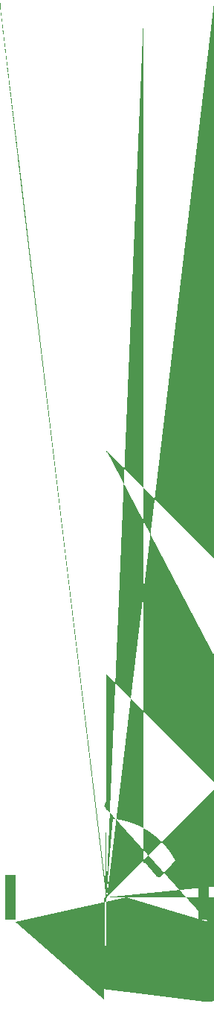
<source format=gbp>
G04 #@! TF.GenerationSoftware,KiCad,Pcbnew,8.0.5*
G04 #@! TF.CreationDate,2025-01-04T18:47:14-06:00*
G04 #@! TF.ProjectId,button_transmitter,62757474-6f6e-45f7-9472-616e736d6974,rev?*
G04 #@! TF.SameCoordinates,PX481dea0PY631a57d*
G04 #@! TF.FileFunction,Paste,Bot*
G04 #@! TF.FilePolarity,Positive*
%FSLAX46Y46*%
G04 Gerber Fmt 4.6, Leading zero omitted, Abs format (unit mm)*
G04 Created by KiCad (PCBNEW 8.0.5) date 2025-01-04 18:47:14*
%MOMM*%
%LPD*%
G01*
G04 APERTURE LIST*
G04 Aperture macros list*
%AMFreePoly0*
4,1,177,0.747786,8.922355,1.334728,8.848455,1.915530,8.736072,2.487674,8.585696,3.048676,8.397977,3.596102,8.173731,4.127576,7.913930,4.640793,7.619703,5.133526,7.292325,5.603636,6.933218,6.049083,6.543939,6.467935,6.126177,6.858374,5.681746,7.218706,5.212574,7.547368,4.720697,7.842932,4.208249,7.842933,4.208249,7.843273,4.206336,7.844408,4.205294,7.844705,4.198282,
7.849428,4.171740,7.848425,4.169676,7.848766,4.167901,7.846209,4.162904,7.846358,4.159413,7.834190,4.139413,7.821900,4.126032,6.278103,2.445008,6.277776,2.444846,6.224884,2.387259,6.222047,2.385183,6.221059,2.383453,6.221059,2.383454,6.145666,2.330882,6.059356,2.299283,5.967841,2.290748,5.877176,2.305844,5.793363,2.343570,5.728297,2.396285,5.727004,2.396688,
5.723422,2.400235,5.721948,2.401430,5.721942,2.401424,5.721688,2.401952,5.719655,2.403967,4.461901,3.885481,4.400676,3.918954,4.327946,3.932999,4.254394,3.924222,4.210769,3.904302,3.514193,3.278674,3.483637,3.228192,3.466969,3.157044,3.473103,3.084228,3.501439,3.016871,3.505857,3.011754,5.222590,1.495668,5.223905,1.492977,5.227267,1.491058,5.279837,1.415664,
5.311433,1.329353,5.319966,1.237839,5.304871,1.147175,5.267147,1.063362,5.209290,0.991945,5.209292,0.991942,5.208925,0.991766,5.208789,0.991468,5.202924,0.986665,3.216460,-0.440428,3.184048,-0.469110,3.118103,-0.568781,3.080223,-0.682131,3.072995,-0.801424,3.096910,-0.918518,3.150338,-1.025423,3.229632,-1.114841,3.306346,-1.165469,3.326824,-1.169110,4.759340,-1.728473,
4.836437,-1.742974,4.954812,-1.739202,5.069576,-1.709945,5.175309,-1.656584,5.224713,-1.616210,8.455521,2.378329,8.473511,2.393309,8.485378,2.394563,8.495865,2.400265,8.499751,2.399116,8.523893,2.405756,8.558600,2.392697,8.579001,2.361732,8.579001,2.361731,8.717021,1.786482,8.816868,1.203393,8.878109,0.614996,8.900480,0.023844,8.883882,-0.567498,8.828389,-1.156465,
8.734239,-1.740501,8.601843,-2.317071,8.431775,-2.883673,8.224772,-3.437849,7.981733,-3.977195,7.703713,-4.499369,7.391917,-5.002107,7.047699,-5.483226,6.672552,-5.940639,6.268105,-6.372361,5.836112,-6.776518,5.378448,-7.151358,4.897098,-7.495253,4.394152,-7.806712,3.871791,-8.084382,3.332283,-8.327060,2.777968,-8.533691,2.211251,-8.703379,1.634593,-8.835389,1.050494,-8.929147,
0.461491,-8.984245,-0.129863,-9.000447,-0.721000,-8.977680,-1.309356,-8.916043,-1.892377,-8.815805,-2.467534,-8.677400,-3.032331,-8.501429,-3.584317,-8.288655,-4.121098,-8.040002,-4.640343,-7.756548,-5.139799,-7.439524,-5.617301,-7.090304,-6.070774,-6.710405,-6.498253,-6.301475,-6.897881,-5.865289,-7.267925,-5.403738,-7.606779,-4.918826,-7.912973,-4.412657,-8.185177,-3.887428,-8.422212,-3.345417,
-8.623048,-2.788976,-8.786814,-2.220520,-8.912800,-1.642515,-9.000457,-1.057470,-9.013958,-0.894862,2.583906,-0.894862,2.586364,-0.895843,2.585874,-0.893447,2.583906,-0.894862,-9.013958,-0.894862,-9.049407,-0.467924,-9.059437,0.123567,-9.030504,0.714434,-8.962732,1.302115,-8.856416,1.884058,-8.712017,2.457740,-8.530162,3.020670,-8.311640,3.570406,-8.057399,4.104563,-7.768543,4.620822,
-7.446324,5.116943,-7.092142,5.590775,-6.707532,6.040260,-6.294164,6.463448,-5.853831,6.858503,-5.388444,7.223711,-4.900023,7.557487,-4.390687,7.858382,-3.862646,8.125092,-3.318191,8.356458,-2.759685,8.551477,-2.189551,8.709303,-1.610263,8.829250,-1.024336,8.910799,-0.434310,8.953595,0.157253,8.957453,0.747786,8.922355,0.747786,8.922355,$1*%
G04 Aperture macros list end*
%ADD10R,1.270000X5.080000*%
%ADD11FreePoly0,180.000000*%
G04 APERTURE END LIST*
D10*
X10985000Y-253075D03*
X-10985000Y-253075D03*
D11*
X-80000Y-273075D03*
M02*

</source>
